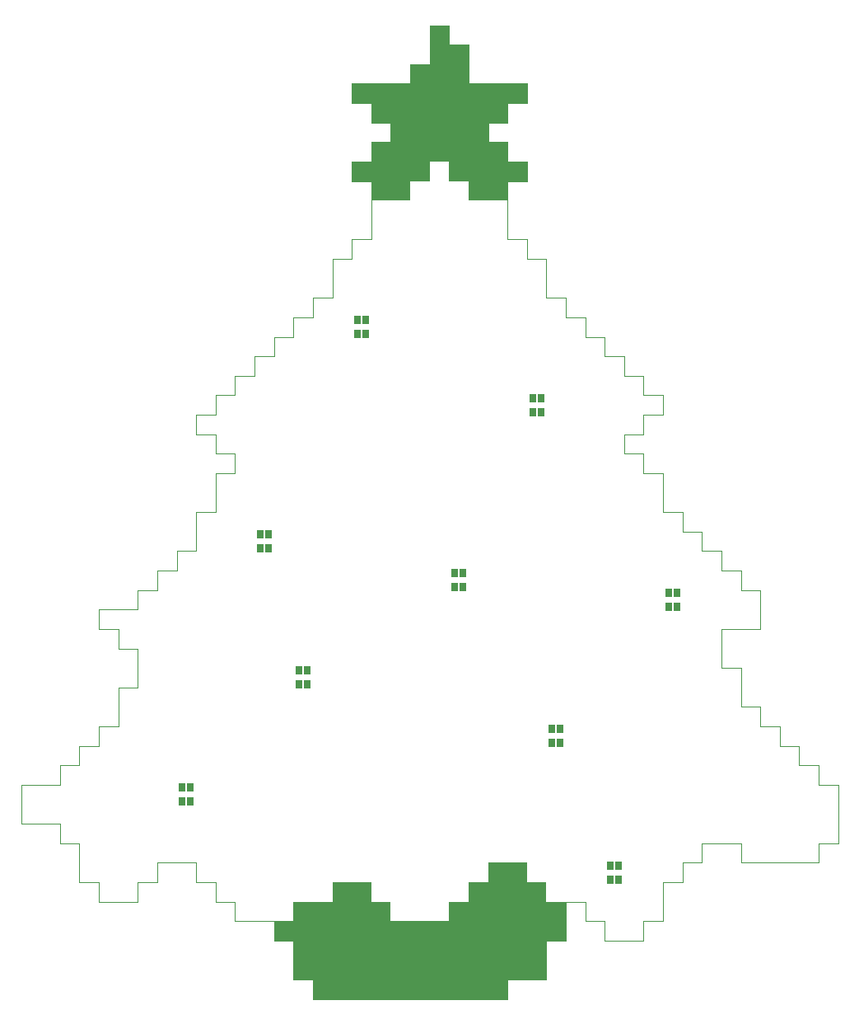
<source format=gbs>
G04 Layer_Color=16711935*
%FSLAX24Y24*%
%MOIN*%
G70*
G01*
G75*
%ADD42C,0.0049*%
%ADD44R,0.0256X0.0335*%
G36*
X-12598Y4724D02*
X-11811D01*
Y3937D01*
X-11024D01*
Y2362D01*
X-11811D01*
Y787D01*
X-13386D01*
Y0D01*
X-21260D01*
Y787D01*
X-22047D01*
Y2362D01*
X-22835D01*
Y3150D01*
X-22047D01*
Y3937D01*
X-20472D01*
Y4724D01*
X-18898D01*
Y3937D01*
X-18110D01*
Y3150D01*
X-15748D01*
Y3937D01*
X-14961D01*
Y4724D01*
X-14173D01*
Y5512D01*
X-12598D01*
Y4724D01*
D02*
G37*
G36*
X-15748Y38583D02*
X-14961D01*
Y37008D01*
X-12598D01*
Y36220D01*
X-13386D01*
Y35433D01*
X-14173D01*
Y34646D01*
X-13386D01*
Y33858D01*
X-12598D01*
Y33071D01*
X-13386D01*
Y32283D01*
X-14961D01*
Y33071D01*
X-15748D01*
Y33858D01*
X-16535D01*
Y33071D01*
X-17323D01*
Y32283D01*
X-18898D01*
Y33071D01*
X-19685D01*
Y33858D01*
X-18898D01*
Y34646D01*
X-18110D01*
Y35433D01*
X-18898D01*
Y36220D01*
X-19685D01*
Y37008D01*
X-17323D01*
Y37795D01*
X-16535D01*
Y39370D01*
X-15748D01*
Y38583D01*
D02*
G37*
D42*
X-21260Y0D02*
Y787D01*
X-22047D02*
X-21260D01*
X-22047D02*
Y2362D01*
X-22835D02*
X-22047D01*
X-22835D02*
Y3150D01*
X-24409D02*
X-22835D01*
X-24409D02*
Y3937D01*
X-25197D02*
X-24409D01*
X-25197D02*
Y4724D01*
X-25984D02*
X-25197D01*
X-25984D02*
Y5512D01*
X-27559D02*
X-25984D01*
X-27559Y4724D02*
Y5512D01*
X-28346Y4724D02*
X-27559D01*
X-28346Y3937D02*
Y4724D01*
X-29921Y3937D02*
X-28346D01*
X-29921D02*
Y4724D01*
X-30709D02*
X-29921D01*
X-30709D02*
Y6299D01*
X-31496D02*
X-30709D01*
X-31496D02*
Y7087D01*
X-33071D02*
X-31496D01*
X-33071D02*
Y8661D01*
X-31496D01*
Y9449D01*
X-30709D01*
Y10236D01*
X-29921D01*
Y11024D01*
X-29134D01*
Y12598D01*
X-28346D01*
Y14173D01*
X-29134D02*
X-28346D01*
X-29134D02*
Y14961D01*
X-29921D02*
X-29134D01*
X-29921D02*
Y15748D01*
X-28346D01*
Y16535D01*
X-27559D01*
Y17323D01*
X-26772D01*
Y18110D01*
X-25984D01*
Y19685D01*
X-25197D01*
Y21260D01*
X-24409D01*
Y22047D01*
X-25197D02*
X-24409D01*
X-25197D02*
Y22835D01*
X-25984D02*
X-25197D01*
X-25984D02*
Y23622D01*
X-25197D01*
Y24409D01*
X-24409D01*
Y25197D01*
X-23622D01*
Y25984D01*
X-22835D01*
Y26772D01*
X-22047D01*
Y27559D01*
X-21260D01*
Y28346D01*
X-20472D01*
Y29921D01*
X-19685D01*
Y30709D01*
X-18898D01*
Y33071D01*
X-19685D02*
X-18898D01*
X-19685D02*
Y33858D01*
X-18898D01*
Y34646D01*
X-18110D01*
Y35433D01*
X-18898D02*
X-18110D01*
X-18898D02*
Y36220D01*
X-19685D02*
X-18898D01*
X-19685D02*
Y37008D01*
X-17323D01*
Y37795D01*
X-16535D01*
Y39370D01*
X-15748D01*
Y38583D02*
Y39370D01*
Y38583D02*
X-14961D01*
Y37008D02*
Y38583D01*
Y37008D02*
X-12598D01*
Y36220D02*
Y37008D01*
X-13386Y36220D02*
X-12598D01*
X-13386Y35433D02*
Y36220D01*
X-14173Y35433D02*
X-13386D01*
X-14173Y34646D02*
Y35433D01*
Y34646D02*
X-13386D01*
Y33858D02*
Y34646D01*
Y33858D02*
X-12598D01*
Y33071D02*
Y33858D01*
X-13386Y33071D02*
X-12598D01*
X-13386Y32283D02*
Y33071D01*
Y30709D02*
Y32283D01*
Y30709D02*
X-12598D01*
Y29921D02*
Y30709D01*
Y29921D02*
X-11811D01*
Y28346D02*
Y29921D01*
Y28346D02*
X-11024D01*
Y27559D02*
Y28346D01*
Y27559D02*
X-10236D01*
Y26772D02*
Y27559D01*
Y26772D02*
X-9449D01*
Y25984D02*
Y26772D01*
Y25984D02*
X-8661D01*
Y25197D02*
Y25984D01*
Y25197D02*
X-7874D01*
Y24409D02*
Y25197D01*
Y24409D02*
X-7087D01*
Y23622D02*
Y24409D01*
X-7874Y23622D02*
X-7087D01*
X-7874Y22835D02*
Y23622D01*
X-8661Y22835D02*
X-7874D01*
X-8661Y22047D02*
Y22835D01*
Y22047D02*
X-7874D01*
Y21260D02*
Y22047D01*
Y21260D02*
X-7087D01*
Y19685D02*
Y21260D01*
Y19685D02*
X-6299D01*
Y18898D02*
Y19685D01*
Y18898D02*
X-5512D01*
Y18110D02*
Y18898D01*
Y18110D02*
X-4724D01*
Y17323D02*
Y18110D01*
Y17323D02*
X-3937D01*
Y16535D02*
Y17323D01*
Y16535D02*
X-3150D01*
Y14961D02*
Y16535D01*
X-4724Y14961D02*
X-3150D01*
X-4724Y13386D02*
Y14961D01*
Y13386D02*
X-3937D01*
Y11811D02*
Y13386D01*
Y11811D02*
X-3150D01*
Y11024D02*
Y11811D01*
Y11024D02*
X-2362D01*
Y10236D02*
Y11024D01*
Y10236D02*
X-1575D01*
Y9449D02*
Y10236D01*
Y9449D02*
X-787D01*
Y8661D02*
Y9449D01*
Y8661D02*
X0D01*
Y6299D02*
Y8661D01*
X-787Y6299D02*
X0D01*
X-787Y5512D02*
Y6299D01*
X-3937Y5512D02*
X-787D01*
X-3937D02*
Y6299D01*
X-5512D02*
X-3937D01*
X-5512Y5512D02*
Y6299D01*
X-6299Y5512D02*
X-5512D01*
X-6299Y4724D02*
Y5512D01*
X-7087Y4724D02*
X-6299D01*
X-7087Y3150D02*
Y4724D01*
X-7874Y3150D02*
X-7087D01*
X-7874Y2362D02*
Y3150D01*
X-9449Y2362D02*
X-7874D01*
X-9449D02*
Y3150D01*
X-10236D02*
X-9449D01*
X-10236D02*
Y3937D01*
X-11024D02*
X-10236D01*
X-11024Y2362D02*
Y3937D01*
X-11811Y2362D02*
X-11024D01*
X-11811Y787D02*
Y2362D01*
X-13386Y787D02*
X-11811D01*
X-13386Y0D02*
Y787D01*
X-21260Y0D02*
X-13386D01*
D44*
X-6860Y16427D02*
D03*
X-6526D02*
D03*
Y15856D02*
D03*
X-6860D02*
D03*
X-23061Y18218D02*
D03*
X-23396D02*
D03*
Y18789D02*
D03*
X-23061D02*
D03*
X-15522Y17215D02*
D03*
X-15187D02*
D03*
Y16644D02*
D03*
X-15522D02*
D03*
X-21486Y12707D02*
D03*
X-21821D02*
D03*
Y13278D02*
D03*
X-21486D02*
D03*
X-12372Y24301D02*
D03*
X-12037D02*
D03*
Y23730D02*
D03*
X-12372D02*
D03*
X-26211Y7982D02*
D03*
X-26545D02*
D03*
Y8553D02*
D03*
X-26211D02*
D03*
X-19459Y27451D02*
D03*
X-19124D02*
D03*
Y26880D02*
D03*
X-19459D02*
D03*
X-11250Y10344D02*
D03*
X-11585D02*
D03*
Y10915D02*
D03*
X-11250D02*
D03*
X-16309Y36112D02*
D03*
X-15974D02*
D03*
Y35541D02*
D03*
X-16309D02*
D03*
X-8888Y4833D02*
D03*
X-9222D02*
D03*
Y5404D02*
D03*
X-8888D02*
D03*
M02*

</source>
